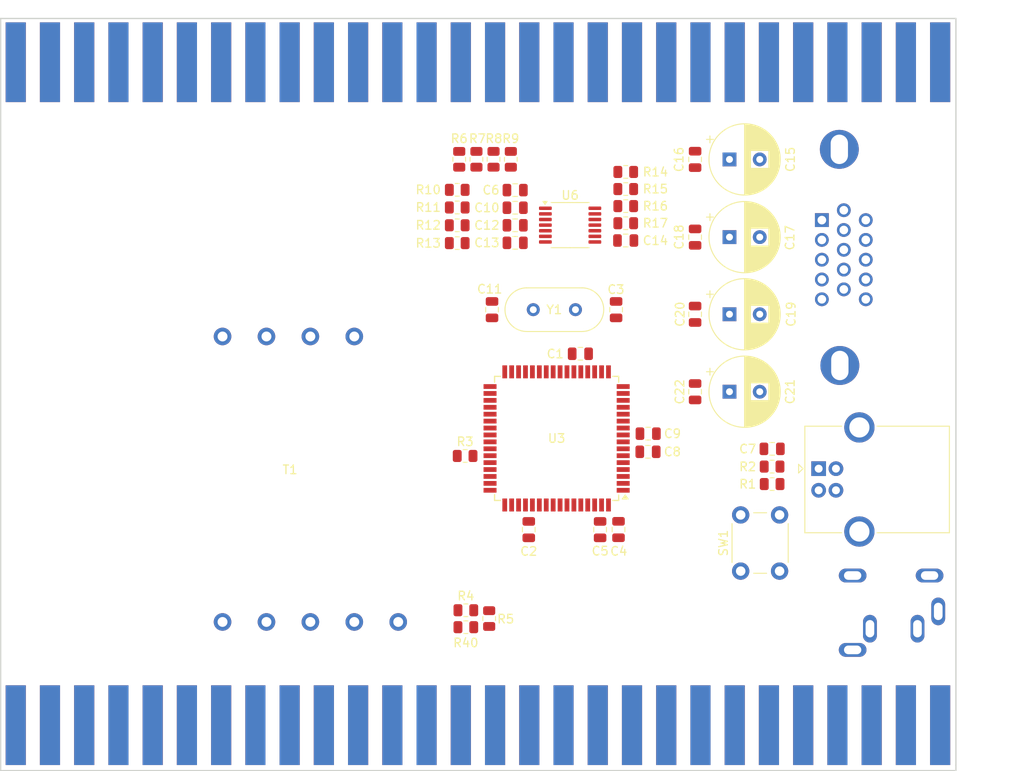
<source format=kicad_pcb>
(kicad_pcb (version 20240108) (generator "pcbnew") (generator_version "8.0")
  (layers (0 "F.Cu" signal) (31 "B.Cu" signal) (34 "B.Paste" user) (35 "F.Paste" user) (36 "B.SilkS" user "B.Silkscreen") (37 "F.SilkS" user "F.Silkscreen") (38 "B.Mask" user) (39 "F.Mask" user) (44 "Edge.Cuts" user))
  (net 0 "")
  (net 1 "GND")
  (net 2 "VBUS")
  (net 3 "Net-(U3-XTAL2)")
  (net 4 "Net-(U3-AREF)")
  (net 5 "Net-(C6-Pad1)")
  (net 6 "Net-(U6-CH1_IN)")
  (net 7 "Net-(U3-UCap)")
  (net 8 "Net-(U6-CH2_IN)")
  (net 9 "Net-(C10-Pad1)")
  (net 10 "-5V")
  (net 11 "+12V")
  (net 12 "Net-(U3-XTAL1)")
  (net 13 "Net-(C12-Pad1)")
  (net 14 "Net-(U6-CH3_IN)")
  (net 15 "HD15_RED")
  (net 16 "Net-(C15-Pad1)")
  (net 17 "HD15_GREEN")
  (net 18 "Net-(C17-Pad1)")
  (net 19 "HD15_BLUE")
  (net 20 "Net-(C19-Pad1)")
  (net 21 "HD15_SYNC")
  (net 22 "Net-(C21-Pad1)")
  (net 23 "Net-(T1-SA)")
  (net 24 "Net-(T1-SB)")
  (net 25 "Net-(J2-D-)")
  (net 26 "Net-(J2-D+)")
  (net 27 "USB+")
  (net 28 "USB-")
  (net 29 "Net-(U3-PE2)")
  (net 30 "Net-(T1-AA)")
  (net 31 "SPEAKER+")
  (net 32 "Net-(T1-AB)")
  (net 33 "VIDEO_RED")
  (net 34 "VIDEO_GREEN")
  (net 35 "VIDEO_BLUE")
  (net 36 "VIDEO_SYNC")
  (net 37 "SPEAKER-")
  (net 38 "Net-(U3-RESET)")
  (net 39 "SERVICE")
  (net 41 "P2_RIGHT")
  (net 42 "TILT")
  (net 43 "TEST")
  (net 44 "P2_START")
  (net 45 "P1_RIGHT")
  (net 46 "P2_UP")
  (net 47 "VIDEO_GND")
  (net 48 "P2_DOWN")
  (net 49 "COIN_COUNT_2")
  (net 50 "P2_B4")
  (net 51 "P1_B4")
  (net 52 "COIN_COUNT_1")
  (net 53 "COIN_2")
  (net 54 "P2_B5")
  (net 57 "P1_UP")
  (net 58 "COIN_1")
  (net 60 "P2_B2")
  (net 61 "P1_B2")
  (net 62 "P1_B3")
  (net 63 "P1_START")
  (net 64 "P1_B5")
  (net 65 "COIN_LOCK_2")
  (net 66 "COIN_LOCK_1")
  (net 67 "P2_B3")
  (net 68 "P1_DOWN")
  (net 69 "P1_B1")
  (net 70 "P2_B1")
  (net 71 "P2_LEFT")
  (net 72 "P1_LEFT")
  (net 91 "+5V")
  (net 113 "Net-(U6-CH4_OUT)")
  (net 114 "Net-(U6-CH3_OUT)")
  (net 115 "Net-(U6-CH2_OUT)")
  (net 116 "Net-(U6-CH1_OUT)")
  (net 117 "Net-(U6-CH4_IN)")
  (net 118 "Net-(C13-Pad1)")
  (footprint "footprints:CUI_SJ1-3533NS" (layer "F.Cu") (at 190.36 116.84 180)
    (property "Reference" "J1" (hide yes))
    (property "Value" "SJ1-3533NS" (hide yes))
    (fp_line (start 10.9 4.65) (end 8.9 4.65) (stroke (width 0.0001)) (layer "Edge.Cuts"))
    (fp_line (start 10.9 3.65) (end 10.9 4.65) (stroke (width 0.0001)) (layer "Edge.Cuts"))
    (fp_line (start 10.9 -3.95) (end 8.9 -3.95) (stroke (width 0.0001)) (layer "Edge.Cuts"))
    (fp_line (start 10.9 -4.95) (end 10.9 -3.95) (stroke (width 0.0001)) (layer "Edge.Cuts"))
    (fp_line (start 8.9 4.65) (end 8.9 3.65) (stroke (width 0.0001)) (layer "Edge.Cuts"))
    (fp_line (start 8.9 3.65) (end 10.9 3.65) (stroke (width 0.0001)) (layer "Edge.Cuts"))
    (fp_line (start 8.9 -3.95) (end 8.9 -4.95) (stroke (width 0.0001)) (layer "Edge.Cuts"))
    (fp_line (start 8.9 -4.95) (end 10.9 -4.95) (stroke (width 0.0001)) (layer "Edge.Cuts"))
    (fp_line (start 8.4 -1) (end 7.4 -1) (stroke (width 0.0001)) (layer "Edge.Cuts"))
    (fp_line (start 8.4 -3) (end 8.4 -1) (stroke (width 0.0001)) (layer "Edge.Cuts"))
    (fp_line (start 7.4 -1) (end 7.4 -3) (stroke (width 0.0001)) (layer "Edge.Cuts"))
    (fp_line (start 7.4 -3) (end 8.4 -3) (stroke (width 0.0001)) (layer "Edge.Cuts"))
    (fp_line (start 2.9 -1) (end 1.9 -1) (stroke (width 0.0001)) (layer "Edge.Cuts"))
    (fp_line (start 2.9 -3) (end 2.9 -1) (stroke (width 0.0001)) (layer "Edge.Cuts"))
    (fp_line (start 2 4.65) (end 0 4.65) (stroke (width 0.0001)) (layer "Edge.Cuts"))
    (fp_line (start 2 3.65) (end 2 4.65) (stroke (width 0.0001)) (layer "Edge.Cuts"))
    (fp_line (start 1.9 -1) (end 1.9 -3) (stroke (width 0.0001)) (layer "Edge.Cuts"))
    (fp_line (start 1.9 -3) (end 2.9 -3) (stroke (width 0.0001)) (layer "Edge.Cuts"))
    (fp_line (start 0.5 1) (end -0.5 1) (stroke (width 0.0001)) (layer "Edge.Cuts"))
    (fp_line (start 0.5 -1) (end 0.5 1) (stroke (width 0.0001)) (layer "Edge.Cuts"))
    (fp_line (start 0 4.65) (end 0 3.65) (stroke (width 0.0001)) (layer "Edge.Cuts"))
    (fp_line (start 0 3.65) (end 2 3.65) (stroke (width 0.0001)) (layer "Edge.Cuts"))
    (fp_line (start -0.5 1) (end -0.5 -1) (stroke (width 0.0001)) (layer "Edge.Cuts"))
    (fp_line (start -0.5 -1) (end 0.5 -1) (stroke (width 0.0001)) (layer "Edge.Cuts"))
    (pad "1" thru_hole oval (at 0 0 270) (size 3.2 1.6) (drill oval 2 1) (layers "*.Cu" "*.Mask") (net 24 "Net-(T1-SB)"))
    (pad "2" thru_hole oval (at 2.4 -2 270) (size 3.2 1.6) (drill oval 2 1) (layers "*.Cu" "*.Mask") (net 23 "Net-(T1-SA)"))
    (pad "3" thru_hole oval (at 7.9 -2 270) (size 3.2 1.6) (drill oval 2 1) (layers "*.Cu" "*.Mask") (net 23 "Net-(T1-SA)"))
    (pad "S1" thru_hole oval (at 1 4.15) (size 3.2 1.6) (drill oval 2 1) (layers "*.Cu" "*.Mask") (net 1 "GND"))
    (pad "S2" thru_hole oval (at 9.9 4.15) (size 3.2 1.6) (drill oval 2 1) (layers "*.Cu" "*.Mask") (net 1 "GND"))
    (pad "S3" thru_hole oval (at 9.9 -4.45) (size 3.2 1.6) (drill oval 2 1) (layers "*.Cu" "*.Mask") (net 1 "GND"))
  )
  (footprint "Connector_USB:USB_B_OST_USB-B1HSxx_Horizontal" (layer "F.Cu") (at 176.53 100.33)
    (property "Reference" "J2" (hide yes))
    (property "Value" "USB_B")
    (pad "1" thru_hole rect (at 0 0) (size 1.7 1.7) (drill 0.92) (layers "*.Cu" "*.Mask") (net 2 "VBUS"))
    (pad "2" thru_hole circle (at 0 2.5) (size 1.7 1.7) (drill 0.92) (layers "*.Cu" "*.Mask") (net 25 "Net-(J2-D-)"))
    (pad "3" thru_hole circle (at 2 2.5) (size 1.7 1.7) (drill 0.92) (layers "*.Cu" "*.Mask") (net 26 "Net-(J2-D+)"))
    (pad "4" thru_hole circle (at 2 0) (size 1.7 1.7) (drill 0.92) (layers "*.Cu" "*.Mask") (net 1 "GND"))
    (pad "5" thru_hole circle (at 4.71 -4.77) (size 3.5 3.5) (drill 2.33) (layers "*.Cu" "*.Mask") (net 1 "GND"))
    (pad "5" thru_hole circle (at 4.71 7.27) (size 3.5 3.5) (drill 2.33) (layers "*.Cu" "*.Mask") (net 1 "GND"))
  )
  (footprint "Button_Switch_THT:SW_PUSH_6mm" (layer "F.Cu") (at 167.51 112.18 90)
    (property "Reference" "SW1" (at 3.25 -2 270) (layer "F.SilkS"))
    (property "Value" "SW_Push")
    (pad "1" thru_hole circle (at 0 0 180) (size 2 2) (drill 1.1) (layers "*.Cu" "*.Mask") (net 1 "GND"))
    (pad "1" thru_hole circle (at 6.5 0 180) (size 2 2) (drill 1.1) (layers "*.Cu" "*.Mask") (net 1 "GND"))
    (pad "2" thru_hole circle (at 0 4.5 180) (size 2 2) (drill 1.1) (layers "*.Cu" "*.Mask") (net 38 "Net-(U3-RESET)"))
    (pad "2" thru_hole circle (at 6.5 4.5 180) (size 2 2) (drill 1.1) (layers "*.Cu" "*.Mask") (net 38 "Net-(U3-RESET)"))
  )
  (footprint "footprints:JAMMA" (layer "F.Cu") (at 137 130)
    (property "Reference" "U2" (hide yes))
    (property "Value" "JAMMA")
    (pad "1" smd rect (at -53.34 0) (size 2.33 9.22) (layers "F.Cu" "F.Paste" "F.Mask") (net 1 "GND"))
    (pad "2" smd rect (at -49.38 0) (size 2.33 9.22) (layers "F.Cu" "F.Paste" "F.Mask") (net 1 "GND"))
    (pad "3" smd rect (at -45.42 0) (size 2.33 9.22) (layers "F.Cu" "F.Paste" "F.Mask") (net 91 "+5V"))
    (pad "4" smd rect (at -41.46 0) (size 2.33 9.22) (layers "F.Cu" "F.Paste" "F.Mask") (net 91 "+5V"))
    (pad "5" smd rect (at -37.5 0) (size 2.33 9.22) (layers "F.Cu" "F.Paste" "F.Mask") (net 10 "-5V"))
    (pad "6" smd rect (at -33.54 0) (size 2.33 9.22) (layers "F.Cu" "F.Paste" "F.Mask") (net 11 "+12V"))
    (pad "7" smd rect (at -29.58 0) (size 2.33 9.22) (layers "F.Cu" "F.Paste" "F.Mask"))
    (pad "8" smd rect (at -25.62 0) (size 2.33 9.22) (layers "F.Cu" "F.Paste" "F.Mask") (net 52 "COIN_COUNT_1"))
    (pad "9" smd rect (at -21.66 0) (size 2.33 9.22) (layers "F.Cu" "F.Paste" "F.Mask") (net 66 "COIN_LOCK_1"))
    (pad "10" smd rect (at -17.7 0) (size 2.33 9.22) (layers "F.Cu" "F.Paste" "F.Mask") (net 31 "SPEAKER+"))
    (pad "11" smd rect (at -13.74 0) (size 2.33 9.22) (layers "F.Cu" "F.Paste" "F.Mask"))
    (pad "12" smd rect (at -9.78 0) (size 2.33 9.22) (layers "F.Cu" "F.Paste" "F.Mask") (net 33 "VIDEO_RED"))
    (pad "13" smd rect (at -5.82 0) (size 2.33 9.22) (layers "F.Cu" "F.Paste" "F.Mask") (net 35 "VIDEO_BLUE"))
    (pad "14" smd rect (at -1.86 0) (size 2.33 9.22) (layers "F.Cu" "F.Paste" "F.Mask") (net 47 "VIDEO_GND"))
    (pad "15" smd rect (at 2.1 0) (size 2.33 9.22) (layers "F.Cu" "F.Paste" "F.Mask") (net 43 "TEST"))
    (pad "16" smd rect (at 6.06 0) (size 2.33 9.22) (layers "F.Cu" "F.Paste" "F.Mask") (net 58 "COIN_1"))
    (pad "17" smd rect (at 10.02 0) (size 2.33 9.22) (layers "F.Cu" "F.Paste" "F.Mask") (net 63 "P1_START"))
    (pad "18" smd rect (at 13.98 0) (size 2.33 9.22) (layers "F.Cu" "F.Paste" "F.Mask") (net 57 "P1_UP"))
    (pad "19" smd rect (at 17.94 0) (size 2.33 9.22) (layers "F.Cu" "F.Paste" "F.Mask") (net 68 "P1_DOWN"))
    (pad "20" smd rect (at 21.9 0) (size 2.33 9.22) (layers "F.Cu" "F.Paste" "F.Mask") (net 72 "P1_LEFT"))
    (pad "21" smd rect (at 25.86 0) (size 2.33 9.22) (layers "F.Cu" "F.Paste" "F.Mask") (net 45 "P1_RIGHT"))
    (pad "22" smd rect (at 29.82 0) (size 2.33 9.22) (layers "F.Cu" "F.Paste" "F.Mask") (net 69 "P1_B1"))
    (pad "23" smd rect (at 33.78 0) (size 2.33 9.22) (layers "F.Cu" "F.Paste" "F.Mask") (net 61 "P1_B2"))
    (pad "24" smd rect (at 37.74 0) (size 2.33 9.22) (layers "F.Cu" "F.Paste" "F.Mask") (net 62 "P1_B3"))
    (pad "25" smd rect (at 41.7 0) (size 2.33 9.22) (layers "F.Cu" "F.Paste" "F.Mask") (net 51 "P1_B4"))
    (pad "26" smd rect (at 45.66 0) (size 2.33 9.22) (layers "F.Cu" "F.Paste" "F.Mask") (net 64 "P1_B5"))
    (pad "27" smd rect (at 49.62 0) (size 2.33 9.22) (layers "F.Cu" "F.Paste" "F.Mask") (net 1 "GND"))
    (pad "28" smd rect (at 53.58 0) (size 2.33 9.22) (layers "F.Cu" "F.Paste" "F.Mask") (net 1 "GND"))
    (pad "A" smd rect (at -53.34 0) (size 2.33 9.22) (layers "B.Cu" "B.Paste" "B.Mask") (net 1 "GND"))
    (pad "B" smd rect (at -49.38 0) (size 2.33 9.22) (layers "B.Cu" "B.Paste" "B.Mask") (net 1 "GND"))
    (pad "C" smd rect (at -45.42 0) (size 2.33 9.22) (layers "B.Cu" "B.Paste" "B.Mask") (net 91 "+5V"))
    (pad "D" smd rect (at -41.46 0) (size 2.33 9.22) (layers "B.Cu" "B.Paste" "B.Mask") (net 91 "+5V"))
    (pad "E" smd rect (at -37.5 0) (size 2.33 9.22) (layers "B.Cu" "B.Paste" "B.Mask") (net 10 "-5V"))
    (pad "F" smd rect (at -33.54 0) (size 2.33 9.22) (layers "B.Cu" "B.Paste" "B.Mask") (net 11 "+12V"))
    (pad "H" smd rect (at -29.58 0) (size 2.33 9.22) (layers "B.Cu" "B.Paste" "B.Mask"))
    (pad "J" smd rect (at -25.62 0) (size 2.33 9.22) (layers "B.Cu" "B.Paste" "B.Mask") (net 49 "COIN_COUNT_2"))
    (pad "K" smd rect (at -21.66 0) (size 2.33 9.22) (layers "B.Cu" "B.Paste" "B.Mask") (net 65 "COIN_LOCK_2"))
    (pad "L" smd rect (at -17.7 0) (size 2.33 9.22) (layers "B.Cu" "B.Paste" "B.Mask") (net 37 "SPEAKER-"))
    (pad "M" smd rect (at -13.74 0) (size 2.33 9.22) (layers "B.Cu" "B.Paste" "B.Mask"))
    (pad "N" smd rect (at -9.78 0) (size 2.33 9.22) (layers "B.Cu" "B.Paste" "B.Mask") (net 34 "VIDEO_GREEN"))
    (pad "P" smd rect (at -5.82 0) (size 2.33 9.22) (layers "B.Cu" "B.Paste" "B.Mask") (net 36 "VIDEO_SYNC"))
    (pad "R" smd rect (at -1.86 0) (size 2.33 9.22) (layers "B.Cu" "B.Paste" "B.Mask") (net 39 "SERVICE"))
    (pad "S" smd rect (at 2.1 0) (size 2.33 9.22) (layers "B.Cu" "B.Paste" "B.Mask") (net 42 "TILT"))
    (pad "T" smd rect (at 6.06 0) (size 2.33 9.22) (layers "B.Cu" "B.Paste" "B.Mask") (net 53 "COIN_2"))
    (pad "U" smd rect (at 10.02 0) (size 2.33 9.22) (layers "B.Cu" "B.Paste" "B.Mask") (net 44 "P2_START"))
    (pad "V" smd rect (at 13.98 0) (size 2.33 9.22) (layers "B.Cu" "B.Paste" "B.Mask") (net 46 "P2_UP"))
    (pad "W" smd rect (at 17.94 0) (size 2.33 9.22) (layers "B.Cu" "B.Paste" "B.Mask") (net 48 "P2_DOWN"))
    (pad "X" smd rect (at 21.9 0) (size 2.33 9.22) (layers "B.Cu" "B.Paste" "B.Mask") (net 71 "P2_LEFT"))
    (pad "Y" smd rect (at 25.86 0) (size 2.33 9.22) (layers "B.Cu" "B.Paste" "B.Mask") (net 41 "P2_RIGHT"))
    (pad "Z" smd rect (at 29.82 0) (size 2.33 9.22) (layers "B.Cu" "B.Paste" "B.Mask") (net 70 "P2_B1"))
    (pad "a" smd rect (at 33.78 0) (size 2.33 9.22) (layers "B.Cu" "B.Paste" "B.Mask") (net 60 "P2_B2"))
    (pad "b" smd rect (at 37.74 0) (size 2.33 9.22) (layers "B.Cu" "B.Paste" "B.Mask") (net 67 "P2_B3"))
    (pad "c" smd rect (at 41.7 0) (size 2.33 9.22) (layers "B.Cu" "B.Paste" "B.Mask") (net 50 "P2_B4"))
    (pad "d" smd rect (at 45.66 0) (size 2.33 9.22) (layers "B.Cu" "B.Paste" "B.Mask") (net 54 "P2_B5"))
    (pad "e" smd rect (at 49.62 0) (size 2.33 9.22) (layers "B.Cu" "B.Paste" "B.Mask") (net 1 "GND"))
    (pad "f" smd rect (at 53.58 0) (size 2.33 9.22) (layers "B.Cu" "B.Paste" "B.Mask") (net 1 "GND"))
  )
  (footprint "footprints:JAMMA" (layer "F.Cu") (at 137 53.32)
    (property "Reference" "U1" (hide yes))
    (property "Value" "JAMMA")
    (pad "1" smd rect (at -53.34 0) (size 2.33 9.22) (layers "F.Cu" "F.Paste" "F.Mask") (net 1 "GND"))
    (pad "2" smd rect (at -49.38 0) (size 2.33 9.22) (layers "F.Cu" "F.Paste" "F.Mask") (net 1 "GND"))
    (pad "3" smd rect (at -45.42 0) (size 2.33 9.22) (layers "F.Cu" "F.Paste" "F.Mask") (net 91 "+5V"))
    (pad "4" smd rect (at -41.46 0) (size 2.33 9.22) (layers "F.Cu" "F.Paste" "F.Mask") (net 91 "+5V"))
    (pad "5" smd rect (at -37.5 0) (size 2.33 9.22) (layers "F.Cu" "F.Paste" "F.Mask") (net 10 "-5V"))
    (pad "6" smd rect (at -33.54 0) (size 2.33 9.22) (layers "F.Cu" "F.Paste" "F.Mask") (net 11 "+12V"))
    (pad "7" smd rect (at -29.58 0) (size 2.33 9.22) (layers "F.Cu" "F.Paste" "F.Mask"))
    (pad "8" smd rect (at -25.62 0) (size 2.33 9.22) (layers "F.Cu" "F.Paste" "F.Mask") (net 52 "COIN_COUNT_1"))
    (pad "9" smd rect (at -21.66 0) (size 2.33 9.22) (layers "F.Cu" "F.Paste" "F.Mask") (net 66 "COIN_LOCK_1"))
    (pad "10" smd rect (at -17.7 0) (size 2.33 9.22) (layers "F.Cu" "F.Paste" "F.Mask") (net 31 "SPEAKER+"))
    (pad "11" smd rect (at -13.74 0) (size 2.33 9.22) (layers "F.Cu" "F.Paste" "F.Mask"))
    (pad "12" smd rect (at -9.78 0) (size 2.33 9.22) (layers "F.Cu" "F.Paste" "F.Mask") (net 33 "VIDEO_RED"))
    (pad "13" smd rect (at -5.82 0) (size 2.33 9.22) (layers "F.Cu" "F.Paste" "F.Mask") (net 35 "VIDEO_BLUE"))
    (pad "14" smd rect (at -1.86 0) (size 2.33 9.22) (layers "F.Cu" "F.Paste" "F.Mask") (net 47 "VIDEO_GND"))
    (pad "15" smd rect (at 2.1 0) (size 2.33 9.22) (layers "F.Cu" "F.Paste" "F.Mask") (net 43 "TEST"))
    (pad "16" smd rect (at 6.06 0) (size 2.33 9.22) (layers "F.Cu" "F.Paste" "F.Mask") (net 58 "COIN_1"))
    (pad "17" smd rect (at 10.02 0) (size 2.33 9.22) (layers "F.Cu" "F.Paste" "F.Mask") (net 63 "P1_START"))
    (pad "18" smd rect (at 13.98 0) (size 2.33 9.22) (layers "F.Cu" "F.Paste" "F.Mask") (net 57 "P1_UP"))
    (pad "19" smd rect (at 17.94 0) (size 2.33 9.22) (layers "F.Cu" "F.Paste" "F.Mask") (net 68 "P1_DOWN"))
    (pad "20" smd rect (at 21.9 0) (size 2.33 9.22) (layers "F.Cu" "F.Paste" "F.Mask") (net 72 "P1_LEFT"))
    (pad "21" smd rect (at 25.86 0) (size 2.33 9.22) (layers "F.Cu" "F.Paste" "F.Mask") (net 45 "P1_RIGHT"))
    (pad "22" smd rect (at 29.82 0) (size 2.33 9.22) (layers "F.Cu" "F.Paste" "F.Mask") (net 69 "P1_B1"))
    (pad "23" smd rect (at 33.78 0) (size 2.33 9.22) (layers "F.Cu" "F.Paste" "F.Mask") (net 61 "P1_B2"))
    (pad "24" smd rect (at 37.74 0) (size 2.33 9.22) (layers "F.Cu" "F.Paste" "F.Mask") (net 62 "P1_B3"))
    (pad "25" smd rect (at 41.7 0) (size 2.33 9.22) (layers "F.Cu" "F.Paste" "F.Mask") (net 51 "P1_B4"))
    (pad "26" smd rect (at 45.66 0) (size 2.33 9.22) (layers "F.Cu" "F.Paste" "F.Mask") (net 64 "P1_B5"))
    (pad "27" smd rect (at 49.62 0) (size 2.33 9.22) (layers "F.Cu" "F.Paste" "F.Mask") (net 1 "GND"))
    (pad "28" smd rect (at 53.58 0) (size 2.33 9.22) (layers "F.Cu" "F.Paste" "F.Mask") (net 1 "GND"))
    (pad "A" smd rect (at -53.34 0) (size 2.33 9.22) (layers "B.Cu" "B.Paste" "B.Mask") (net 1 "GND"))
    (pad "B" smd rect (at -49.38 0) (size 2.33 9.22) (layers "B.Cu" "B.Paste" "B.Mask") (net 1 "GND"))
    (pad "C" smd rect (at -45.42 0) (size 2.33 9.22) (layers "B.Cu" "B.Paste" "B.Mask") (net 91 "+5V"))
    (pad "D" smd rect (at -41.46 0) (size 2.33 9.22) (layers "B.Cu" "B.Paste" "B.Mask") (net 91 "+5V"))
    (pad "E" smd rect (at -37.5 0) (size 2.33 9.22) (layers "B.Cu" "B.Paste" "B.Mask") (net 10 "-5V"))
    (pad "F" smd rect (at -33.54 0) (size 2.33 9.22) (layers "B.Cu" "B.Paste" "B.Mask") (net 11 "+12V"))
    (pad "H" smd rect (at -29.58 0) (size 2.33 9.22) (layers "B.Cu" "B.Paste" "B.Mask"))
    (pad "J" smd rect (at -25.62 0) (size 2.33 9.22) (layers "B.Cu" "B.Paste" "B.Mask") (net 49 "COIN_COUNT_2"))
    (pad "K" smd rect (at -21.66 0) (size 2.33 9.22) (layers "B.Cu" "B.Paste" "B.Mask") (net 65 "COIN_LOCK_2"))
    (pad "L" smd rect (at -17.7 0) (size 2.33 9.22) (layers "B.Cu" "B.Paste" "B.Mask") (net 37 "SPEAKER-"))
    (pad "M" smd rect (at -13.74 0) (size 2.33 9.22) (layers "B.Cu" "B.Paste" "B.Mask"))
    (pad "N" smd rect (at -9.78 0) (size 2.33 9.22) (layers "B.Cu" "B.Paste" "B.Mask") (net 34 "VIDEO_GREEN"))
    (pad "P" smd rect (at -5.82 0) (size 2.33 9.22) (layers "B.Cu" "B.Paste" "B.Mask") (net 36 "VIDEO_SYNC"))
    (pad "R" smd rect (at -1.86 0) (size 2.33 9.22) (layers "B.Cu" "B.Paste" "B.Mask") (net 39 "SERVICE"))
    (pad "S" smd rect (at 2.1 0) (size 2.33 9.22) (layers "B.Cu" "B.Paste" "B.Mask") (net 42 "TILT"))
    (pad "T" smd rect (at 6.06 0) (size 2.33 9.22) (layers "B.Cu" "B.Paste" "B.Mask") (net 53 "COIN_2"))
    (pad "U" smd rect (at 10.02 0) (size 2.33 9.22) (layers "B.Cu" "B.Paste" "B.Mask") (net 44 "P2_START"))
    (pad "V" smd rect (at 13.98 0) (size 2.33 9.22) (layers "B.Cu" "B.Paste" "B.Mask") (net 46 "P2_UP"))
    (pad "W" smd rect (at 17.94 0) (size 2.33 9.22) (layers "B.Cu" "B.Paste" "B.Mask") (net 48 "P2_DOWN"))
    (pad "X" smd rect (at 21.9 0) (size 2.33 9.22) (layers "B.Cu" "B.Paste" "B.Mask") (net 71 "P2_LEFT"))
    (pad "Y" smd rect (at 25.86 0) (size 2.33 9.22) (layers "B.Cu" "B.Paste" "B.Mask") (net 41 "P2_RIGHT"))
    (pad "Z" smd rect (at 29.82 0) (size 2.33 9.22) (layers "B.Cu" "B.Paste" "B.Mask") (net 70 "P2_B1"))
    (pad "a" smd rect (at 33.78 0) (size 2.33 9.22) (layers "B.Cu" "B.Paste" "B.Mask") (net 60 "P2_B2"))
    (pad "b" smd rect (at 37.74 0) (size 2.33 9.22) (layers "B.Cu" "B.Paste" "B.Mask") (net 67 "P2_B3"))
    (pad "c" smd rect (at 41.7 0) (size 2.33 9.22) (layers "B.Cu" "B.Paste" "B.Mask") (net 50 "P2_B4"))
    (pad "d" smd rect (at 45.66 0) (size 2.33 9.22) (layers "B.Cu" "B.Paste" "B.Mask") (net 54 "P2_B5"))
    (pad "e" smd rect (at 49.62 0) (size 2.33 9.22) (layers "B.Cu" "B.Paste" "B.Mask") (net 1 "GND"))
    (pad "f" smd rect (at 53.58 0) (size 2.33 9.22) (layers "B.Cu" "B.Paste" "B.Mask") (net 1 "GND"))
  )
  (footprint "Crystal:Crystal_HC49-4H_Vertical" (layer "F.Cu") (at 148.4 81.94 180)
    (property "Reference" "Y1" (at 2.45 0 180) (layer "F.SilkS"))
    (property "Value" "16MHz")
    (pad "1" thru_hole circle (at 0 0 180) (size 1.5 1.5) (drill 0.8) (layers "*.Cu" "*.Mask") (net 3 "Net-(U3-XTAL2)"))
    (pad "2" thru_hole circle (at 4.88 0 180) (size 1.5 1.5) (drill 0.8) (layers "*.Cu" "*.Mask") (net 12 "Net-(U3-XTAL1)"))
  )
  (footprint "Resistor_SMD:R_0805_2012Metric" (layer "F.Cu") (at 134.725 72.18 180)
    (property "Reference" "R12" (at 3.355 0.01 180) (layer "F.SilkS"))
    (property "Value" "390")
    (pad "1" smd roundrect (at -0.9125 0 180) (size 1.025 1.4) (layers "F.Cu" "F.Paste" "F.Mask") (roundrect_rratio 0.243902) (net 13 "Net-(C12-Pad1)"))
    (pad "2" smd roundrect (at 0.9125 0 180) (size 1.025 1.4) (layers "F.Cu" "F.Paste" "F.Mask") (roundrect_rratio 0.243902) (net 1 "GND"))
  )
  (footprint "Resistor_SMD:R_0805_2012Metric" (layer "F.Cu") (at 171.1475 102.11)
    (property "Reference" "R1" (at -2.8275 0.01 0) (layer "F.SilkS"))
    (property "Value" "22")
    (pad "1" smd roundrect (at -0.9125 0) (size 1.025 1.4) (layers "F.Cu" "F.Paste" "F.Mask") (roundrect_rratio 0.243902) (net 27 "USB+"))
    (pad "2" smd roundrect (at 0.9125 0) (size 1.025 1.4) (layers "F.Cu" "F.Paste" "F.Mask") (roundrect_rratio 0.243902) (net 26 "Net-(J2-D+)"))
  )
  (footprint "Resistor_SMD:R_0805_2012Metric" (layer "F.Cu") (at 134.955 64.5475 90)
    (property "Reference" "R6" (at 2.3925 0 0) (layer "F.SilkS"))
    (property "Value" "1K")
    (pad "1" smd roundrect (at -0.9125 0 90) (size 1.025 1.4) (layers "F.Cu" "F.Paste" "F.Mask") (roundrect_rratio 0.243902) (net 5 "Net-(C6-Pad1)"))
    (pad "2" smd roundrect (at 0.9125 0 90) (size 1.025 1.4) (layers "F.Cu" "F.Paste" "F.Mask") (roundrect_rratio 0.243902) (net 33 "VIDEO_RED"))
  )
  (footprint "Resistor_SMD:R_0805_2012Metric" (layer "F.Cu") (at 138.925 64.545 90)
    (property "Reference" "R8" (at 2.39 0.04 0) (layer "F.SilkS"))
    (property "Value" "1K")
    (pad "1" smd roundrect (at -0.9125 0 90) (size 1.025 1.4) (layers "F.Cu" "F.Paste" "F.Mask") (roundrect_rratio 0.243902) (net 13 "Net-(C12-Pad1)"))
    (pad "2" smd roundrect (at 0.9125 0 90) (size 1.025 1.4) (layers "F.Cu" "F.Paste" "F.Mask") (roundrect_rratio 0.243902) (net 35 "VIDEO_BLUE"))
  )
  (footprint "Resistor_SMD:R_0805_2012Metric" (layer "F.Cu") (at 140.925 64.5475 90)
    (property "Reference" "R9" (at 2.3925 -0.01 0) (layer "F.SilkS"))
    (property "Value" "1K")
    (pad "1" smd roundrect (at -0.9125 0 90) (size 1.025 1.4) (layers "F.Cu" "F.Paste" "F.Mask") (roundrect_rratio 0.243902) (net 118 "Net-(C13-Pad1)"))
    (pad "2" smd roundrect (at 0.9125 0 90) (size 1.025 1.4) (layers "F.Cu" "F.Paste" "F.Mask") (roundrect_rratio 0.243902) (net 36 "VIDEO_SYNC"))
  )
  (footprint "Resistor_SMD:R_0805_2012Metric" (layer "F.Cu") (at 134.725 68.08 180)
    (property "Reference" "R10" (at 3.355 0.01 180) (layer "F.SilkS"))
    (property "Value" "390")
    (pad "1" smd roundrect (at -0.9125 0 180) (size 1.025 1.4) (layers "F.Cu" "F.Paste" "F.Mask") (roundrect_rratio 0.243902) (net 5 "Net-(C6-Pad1)"))
    (pad "2" smd roundrect (at 0.9125 0 180) (size 1.025 1.4) (layers "F.Cu" "F.Paste" "F.Mask") (roundrect_rratio 0.243902) (net 1 "GND"))
  )
  (footprint "Resistor_SMD:R_0805_2012Metric" (layer "F.Cu") (at 134.725 74.24 180)
    (property "Reference" "R13" (at 3.355 -0.01 180) (layer "F.SilkS"))
    (property "Value" "390")
    (pad "1" smd roundrect (at -0.9125 0 180) (size 1.025 1.4) (layers "F.Cu" "F.Paste" "F.Mask") (roundrect_rratio 0.243902) (net 118 "Net-(C13-Pad1)"))
    (pad "2" smd roundrect (at 0.9125 0 180) (size 1.025 1.4) (layers "F.Cu" "F.Paste" "F.Mask") (roundrect_rratio 0.243902) (net 1 "GND"))
  )
  (footprint "Resistor_SMD:R_0805_2012Metric" (layer "F.Cu") (at 154.215 66.01 180)
    (property "Reference" "R14" (at -3.435 -0.01 180) (layer "F.SilkS"))
    (property "Value" "75")
    (pad "1" smd roundrect (at -0.9125 0 180) (size 1.025 1.4) (layers "F.Cu" "F.Paste" "F.Mask") (roundrect_rratio 0.243902) (net 16 "Net-(C15-Pad1)"))
    (pad "2" smd roundrect (at 0.9125 0 180) (size 1.025 1.4) (layers "F.Cu" "F.Paste" "F.Mask") (roundrect_rratio 0.243902) (net 116 "Net-(U6-CH1_OUT)"))
  )
  (footprint "Resistor_SMD:R_0805_2012Metric" (layer "F.Cu") (at 154.215 71.94 180)
    (property "Reference" "R17" (at -3.435 0.01 180) (layer "F.SilkS"))
    (property "Value" "75")
    (pad "1" smd roundrect (at -0.9125 0 180) (size 1.025 1.4) (layers "F.Cu" "F.Paste" "F.Mask") (roundrect_rratio 0.243902) (net 22 "Net-(C21-Pad1)"))
    (pad "2" smd roundrect (at 0.9125 0 180) (size 1.025 1.4) (layers "F.Cu" "F.Paste" "F.Mask") (roundrect_rratio 0.243902) (net 113 "Net-(U6-CH4_OUT)"))
  )
  (footprint "Resistor_SMD:R_0805_2012Metric" (layer "F.Cu") (at 134.725 70.12 180)
    (property "Reference" "R11" (at 3.355 0.01 180) (layer "F.SilkS"))
    (property "Value" "390")
    (pad "1" smd roundrect (at -0.9125 0 180) (size 1.025 1.4) (layers "F.Cu" "F.Paste" "F.Mask") (roundrect_rratio 0.243902) (net 9 "Net-(C10-Pad1)"))
    (pad "2" smd roundrect (at 0.9125 0 180) (size 1.025 1.4) (layers "F.Cu" "F.Paste" "F.Mask") (roundrect_rratio 0.243902) (net 1 "GND"))
  )
  (footprint "Package_QFP:TQFP-64_14x14mm_P0.8mm" (layer "F.Cu") (at 146.22 96.83 180)
    (property "Reference" "U3" (at 0 0 180) (layer "F.SilkS"))
    (property "Value" "AT90USB1286")
    (pad "1" smd rect (at -7.7 -6 180) (size 1.5 0.55) (layers "F.Cu" "F.Paste" "F.Mask") (net 63 "P1_START"))
    (pad "2" smd rect (at -7.7 -5.2 180) (size 1.5 0.55) (layers "F.Cu" "F.Paste" "F.Mask") (net 44 "P2_START"))
    (pad "3" smd rect (at -7.7 -4.4 180) (size 1.5 0.55) (layers "F.Cu" "F.Paste" "F.Mask") (net 2 "VBUS"))
    (pad "4" smd rect (at -7.7 -3.6 180) (size 1.5 0.55) (layers "F.Cu" "F.Paste" "F.Mask") (net 28 "USB-"))
    (pad "5" smd rect (at -7.7 -2.8 180) (size 1.5 0.55) (layers "F.Cu" "F.Paste" "F.Mask") (net 27 "USB+"))
    (pad "6" smd rect (at -7.7 -2 180) (size 1.5 0.55) (layers "F.Cu" "F.Paste" "F.Mask") (net 1 "GND"))
    (pad "7" smd rect (at -7.7 -1.2 180) (size 1.5 0.55) (layers "F.Cu" "F.Paste" "F.Mask") (net 7 "Net-(U3-UCap)"))
    (pad "8" smd rect (at -7.7 -0.4 180) (size 1.5 0.55) (layers "F.Cu" "F.Paste" "F.Mask") (net 2 "VBUS"))
    (pad "9" smd rect (at -7.7 0.4 180) (size 1.5 0.55) (layers "F.Cu" "F.Paste" "F.Mask") (net 57 "P1_UP"))
    (pad "10" smd rect (at -7.7 1.2 180) (size 1.5 0.55) (layers "F.Cu" "F.Paste" "F.Mask") (net 68 "P1_DOWN"))
    (pad "11" smd rect (at -7.7 2 180) (size 1.5 0.55) (layers "F.Cu" "F.Paste" "F.Mask") (net 72 "P1_LEFT"))
    (pad "12" smd rect (at -7.7 2.8 180) (size 1.5 0.55) (layers "F.Cu" "F.Paste" "F.Mask") (net 45 "P1_RIGHT"))
    (pad "13" smd rect (at -7.7 3.6 180) (size 1.5 0.55) (layers "F.Cu" "F.Paste" "F.Mask") (net 46 "P2_UP"))
    (pad "14" smd rect (at -7.7 4.4 180) (size 1.5 0.55) (layers "F.Cu" "F.Paste" "F.Mask") (net 48 "P2_DOWN"))
    (pad "15" smd rect (at -7.7 5.2 180) (size 1.5 0.55) (layers "F.Cu" "F.Paste" "F.Mask") (net 71 "P2_LEFT"))
    (pad "16" smd rect (at -7.7 6 180) (size 1.5 0.55) (layers "F.Cu" "F.Paste" "F.Mask") (net 41 "P2_RIGHT"))
    (pad "17" smd rect (at -6 7.7 270) (size 1.5 0.55) (layers "F.Cu" "F.Paste" "F.Mask"))
    (pad "18" smd rect (at -5.2 7.7 270) (size 1.5 0.55) (layers "F.Cu" "F.Paste" "F.Mask"))
    (pad "19" smd rect (at -4.4 7.7 270) (size 1.5 0.55) (layers "F.Cu" "F.Paste" "F.Mask"))
    (pad "20" smd rect (at -3.6 7.7 270) (size 1.5 0.55) (layers "F.Cu" "F.Paste" "F.Mask") (net 38 "Net-(U3-RESET)"))
    (pad "21" smd rect (at -2.8 7.7 270) (size 1.5 0.55) (layers "F.Cu" "F.Paste" "F.Mask") (net 2 "VBUS"))
    (pad "22" smd rect (at -2 7.7 270) (size 1.5 0.55) (layers "F.Cu" "F.Paste" "F.Mask") (net 1 "GND"))
    (pad "23" smd rect (at -1.2 7.7 270) (size 1.5 0.55) (layers "F.Cu" "F.Paste" "F.Mask") (net 3 "Net-(U3-XTAL2)"))
    (pad "24" smd rect (at -0.4 7.7 270) (size 1.5 0.55) (layers "F.Cu" "F.Paste" "F.Mask") (net 12 "Net-(U3-XTAL1)"))
    (pad "25" smd rect (at 0.4 7.7 270) (size 1.5 0.55) (layers "F.Cu" "F.Paste" "F.Mask"))
    (pad "26" smd rect (at 1.2 7.7 270) (size 1.5 0.55) (layers "F.Cu" "F.Paste" "F.Mask"))
    (pad "27" smd rect (at 2 7.7 270) (size 1.5 0.55) (layers "F.Cu" "F.Paste" "F.Mask"))
    (pad "28" smd rect (at 2.8 7.7 270) (size 1.5 0.55) (layers "F.Cu" "F.Paste" "F.Mask"))
    (pad "29" smd rect (at 3.6 7.7 270) (size 1.5 0.55) (layers "F.Cu" "F.Paste" "F.Mask"))
    (pad "30" smd rect (at 4.4 7.7 270) (size 1.5 0.55) (layers "F.Cu" "F.Paste" "F.Mask"))
    (pad "31" smd rect (at 5.2 7.7 270) (size 1.5 0.55) (layers "F.Cu" "F.Paste" "F.Mask"))
    (pad "32" smd rect (at 6 7.7 270) (size 1.5 0.55) (layers "F.Cu" "F.Paste" "F.Mask"))
    (pad "33" smd rect (at 7.7 6 180) (size 1.5 0.55) (layers "F.Cu" "F.Paste" "F.Mask"))
    (pad "34" smd rect (at 7.7 5.2 180) (size 1.5 0.55) (layers "F.Cu" "F.Paste" "F.Mask"))
    (pad "35" smd rect (at 7.7 4.4 180) (size 1.5 0.55) (layers "F.Cu" "F.Paste" "F.Mask"))
    (pad "36" smd rect (at 7.7 3.6 180) (size 1.5 0.55) (layers "F.Cu" "F.Paste" "F.Mask"))
    (pad "37" smd rect (at 7.7 2.8 180) (size 1.5 0.55) (layers "F.Cu" "F.Paste" "F.Mask"))
    (pad "38" smd rect (at 7.7 2 180) (size 1.5 0.55) (layers "F.Cu" "F.Paste" "F.Mask"))
    (pad "39" smd rect (at 7.7 1.2 180) (size 1.5 0.55) (layers "F.Cu" "F.Paste" "F.Mask"))
    (pad "40" smd rect (at 7.7 0.4 180) (size 1.5 0.55) (layers "F.Cu" "F.Paste" "F.Mask"))
    (pad "41" smd rect (at 7.7 -0.4 180) (size 1.5 0.55) (layers "F.Cu" "F.Paste" "F.Mask"))
    (pad "42" smd rect (at 7.7 -1.2 180) (size 1.5 0.55) (layers "F.Cu" "F.Paste" "F.Mask"))
    (pad "43" smd rect (at 7.7 -2 180) (size 1.5 0.55) (layers "F.Cu" "F.Paste" "F.Mask") (net 29 "Net-(U3-PE2)"))
    (pad "44" smd rect (at 7.7 -2.8 180) (size 1.5 0.55) (layers "F.Cu" "F.Paste" "F.Mask"))
    (pad "45" smd rect (at 7.7 -3.6 180) (size 1.5 0.55) (layers "F.Cu" "F.Paste" "F.Mask"))
    (pad "46" smd rect (at 7.7 -4.4 180) (size 1.5 0.55) (layers "F.Cu" "F.Paste" "F.Mask"))
    (pad "47" smd rect (at 7.7 -5.2 180) (size 1.5 0.55) (layers "F.Cu" "F.Paste" "F.Mask"))
    (pad "48" smd rect (at 7.7 -6 180) (size 1.5 0.55) (layers "F.Cu" "F.Paste" "F.Mask"))
    (pad "49" smd rect (at 6 -7.7 270) (size 1.5 0.55) (layers "F.Cu" "F.Paste" "F.Mask"))
    (pad "50" smd rect (at 5.2 -7.7 270) (size 1.5 0.55) (layers "F.Cu" "F.Paste" "F.Mask") (net 58 "COIN_1"))
    (pad "51" smd rect (at 4.4 -7.7 270) (size 1.5 0.55) (layers "F.Cu" "F.Paste" "F.Mask") (net 53 "COIN_2"))
    (pad "52" smd rect (at 3.6 -7.7 270) (size 1.5 0.55) (layers "F.Cu" "F.Paste" "F.Mask") (net 2 "VBUS"))
    (pad "53" smd rect (at 2.8 -7.7 270) (size 1.5 0.55) (layers "F.Cu" "F.Paste" "F.Mask") (net 1 "GND"))
    (pad "54" smd rect (at 2 -7.7 270) (size 1.5 0.55) (layers "F.Cu" "F.Paste" "F.Mask") (net 50 "P2_B4"))
    (pad "55" smd rect (at 1.2 -7.7 270) (size 1.5 0.55) (layers "F.Cu" "F.Paste" "F.Mask") (net 67 "P2_B3"))
    (pad "56" smd rect (at 0.4 -7.7 270) (size 1.5 0.55) (layers "F.Cu" "F.Paste" "F.Mask") (net 60 "P2_B2"))
    (pad "57" smd rect (at -0.4 -7.7 270) (size 1.5 0.55) (layers "F.Cu" "F.Paste" "F.Mask") (net 70 "P2_B1"))
    (pad "58" smd rect (at -1.2 -7.7 270) (size 1.5 0.55) (layers "F.Cu" "F.Paste" "F.Mask") (net 51 "P1_B4"))
    (pad "59" smd rect (at -2 -7.7 270) (size 1.5 0.55) (layers "F.Cu" "F.Paste" "F.Mask") (net 62 "P1_B3"))
    (pad "60" smd rect (at -2.8 -7.7 270) (size 1.5 0.55) (layers "F.Cu" "F.Paste" "F.Mask") (net 61 "P1_B2"))
    (pad "61" smd rect (at -3.6 -7.7 270) (size 1.5 0.55) (layers "F.Cu" "F.Paste" "F.Mask") (net 69 "P1_B1"))
    (pad "62" smd rect (at -4.4 -7.7 270) (size 1.5 0.55) (layers "F.Cu" "F.Paste" "F.Mask") (net 4 "Net-(U3-AREF)"))
    (pad "63" smd rect (at -5.2 -7.7 270) (size 1.5 0.55) (layers "F.Cu" "F.Paste" "F.Mask") (net 1 "GND"))
    (pad "64" smd rect (at -6 -7.7 270) (size 1.5 0.55) (layers "F.Cu" "F.Paste" "F.Mask") (net 2 "VBUS"))
  )
  (footprint "Resistor_SMD:R_0805_2012Metric" (layer "F.Cu") (at 135.6375 98.86)
    (property "Reference" "R3" (at 0 -1.65 360) (layer "F.SilkS"))
    (property "Value" "1K")
    (pad "1" smd roundrect (at -0.9125 0) (size 1.025 1.4) (layers "F.Cu" "F.Paste" "F.Mask") (roundrect_rratio 0.243902) (net 1 "GND"))
    (pad "2" smd roundrect (at 0.9125 0) (size 1.025 1.4) (layers "F.Cu" "F.Paste" "F.Mask") (roundrect_rratio 0.243902) (net 29 "Net-(U3-PE2)"))
  )
  (footprint "Capacitor_SMD:C_0805_2012Metric" (layer "F.Cu") (at 141.425 68.11)
    (property "Reference" "C6" (at -2.79381 0 360) (layer "F.SilkS"))
    (property "Value" "100nF")
    (pad "1" smd roundrect (at -0.95 0) (size 1 1.45) (layers "F.Cu" "F.Paste" "F.Mask") (net 5 "Net-(C6-Pad1)"))
    (pad "2" smd roundrect (at 0.95 0) (size 1 1.45) (layers "F.Cu" "F.Paste" "F.Mask") (net 6 "Net-(U6-CH1_IN)"))
  )
  (footprint "Resistor_SMD:R_0805_2012Metric" (layer "F.Cu") (at 136.945 64.545 90)
    (property "Reference" "R7" (at 2.39 0.12 0) (layer "F.SilkS"))
    (property "Value" "1K")
    (pad "1" smd roundrect (at -0.9125 0 90) (size 1.025 1.4) (layers "F.Cu" "F.Paste" "F.Mask") (roundrect_rratio 0.243902) (net 9 "Net-(C10-Pad1)"))
    (pad "2" smd roundrect (at 0.9125 0 90) (size 1.025 1.4) (layers "F.Cu" "F.Paste" "F.Mask") (roundrect_rratio 0.243902) (net 34 "VIDEO_GREEN"))
  )
  (footprint "Resistor_SMD:R_0805_2012Metric" (layer "F.Cu") (at 171.1425 100.09)
    (property "Reference" "R2" (at -2.8225 0.02 0) (layer "F.SilkS"))
    (property "Value" "22")
    (pad "1" smd roundrect (at -0.9125 0) (size 1.025 1.4) (layers "F.Cu" "F.Paste" "F.Mask") (roundrect_rratio 0.243902) (net 28 "USB-"))
    (pad "2" smd roundrect (at 0.9125 0) (size 1.025 1.4) (layers "F.Cu" "F.Paste" "F.Mask") (roundrect_rratio 0.243902) (net 25 "Net-(J2-D-)"))
  )
  (footprint "Resistor_SMD:R_0805_2012Metric" (layer "F.Cu") (at 135.7225 118.665)
    (property "Reference" "R40" (at -0.00342 1.810172 0) (layer "F.SilkS"))
    (property "Value" "10K")
    (pad "1" smd roundrect (at -0.9125 0) (size 1.025 1.4) (layers "F.Cu" "F.Paste" "F.Mask") (roundrect_rratio 0.243902) (net 37 "SPEAKER-"))
    (pad "2" smd roundrect (at 0.9125 0) (size 1.025 1.4) (layers "F.Cu" "F.Paste" "F.Mask") (roundrect_rratio 0.243902) (net 32 "Net-(T1-AB)"))
  )
  (footprint "Resistor_SMD:R_0805_2012Metric" (layer "F.Cu") (at 135.7225 116.705)
    (property "Reference" "R4" (at 0 -1.65 0) (layer "F.SilkS"))
    (property "Value" "10K")
    (pad "1" smd roundrect (at -0.9125 0) (size 1.025 1.4) (layers "F.Cu" "F.Paste" "F.Mask") (roundrect_rratio 0.243902) (net 31 "SPEAKER+"))
    (pad "2" smd roundrect (at 0.9125 0) (size 1.025 1.4) (layers "F.Cu" "F.Paste" "F.Mask") (roundrect_rratio 0.243902) (net 30 "Net-(T1-AA)"))
  )
  (footprint "echo-chan:DSUB-15-HD_Female_Horizontal_P2.29x2.54mm_EdgePinOffset9.40mm_anchors" (layer "F.Cu") (at 176.9 71.58 90)
    (property "Reference" "U4" (hide yes))
    (property "Value" "HD15")
    (pad "1" thru_hole rect (at 0 0 90) (size 1.6 1.6) (drill 1) (layers "*.Cu" "*.Mask") (net 15 "HD15_RED"))
    (pad "2" thru_hole circle (at -2.29 0 90) (size 1.6 1.6) (drill 1) (layers "*.Cu" "*.Mask") (net 19 "HD15_BLUE"))
    (pad "3" thru_hole circle (at -4.58 0 90) (size 1.6 1.6) (drill 1) (layers "*.Cu" "*.Mask") (net 19 "HD15_BLUE"))
    (pad "4" thru_hole circle (at -6.87 0 90) (size 1.6 1.6) (drill 1) (layers "*.Cu" "*.Mask"))
    (pad "5" thru_hole circle (at -9.16 0 90) (size 1.6 1.6) (drill 1) (layers "*.Cu" "*.Mask") (net 1 "GND"))
    (pad "6" thru_hole circle (at 1.145 2.54 90) (size 1.6 1.6) (drill 1) (layers "*.Cu" "*.Mask") (net 47 "VIDEO_GND"))
    (pad "7" thru_hole circle (at -1.145 2.54 90) (size 1.6 1.6) (drill 1) (layers "*.Cu" "*.Mask") (net 47 "VIDEO_GND"))
    (pad "8" thru_hole circle (at -3.435 2.54 90) (size 1.6 1.6) (drill 1) (layers "*.Cu" "*.Mask") (net 47 "VIDEO_GND"))
    (pad "9" thru_hole circle (at -5.725 2.54 90) (size 1.6 1.6) (drill 1) (layers "*.Cu" "*.Mask"))
    (pad "10" thru_hole circle (at -8.015 2.54 90) (size 1.6 1.6) (drill 1) (layers "*.Cu" "*.Mask") (net 47 "VIDEO_GND"))
    (pad "11" thru_hole circle (at 0 5.08 90) (size 1.6 1.6) (drill 1) (layers "*.Cu" "*.Mask"))
    (pad "12" thru_hole circle (at -2.29 5.08 90) (size 1.6 1.6) (drill 1) (layers "*.Cu" "*.Mask"))
    (pad "13" thru_hole circle (at -4.58 5.08 90) (size 1.6 1.6) (drill 1) (layers "*.Cu" "*.Mask") (net 21 "HD15_SYNC"))
    (pad "14" thru_hole circle (at -6.87 5.08 90) (size 1.6 1.6) (drill 1) (layers "*.Cu" "*.Mask"))
    (pad "15" thru_hole circle (at -9.16 5.08 90) (size 1.6 1.6) (drill 1) (layers "*.Cu" "*.Mask"))
    (pad "16" thru_hole circle (at -16.815 2.08 90) (size 4.5 4.5) (drill oval 3.4 2) (layers "*.Cu" "*.Mask") (net 1 "GND"))
    (pad "17" thru_hole circle (at 8.185 2.02 90) (size 4.5 4.5) (drill oval 3.4 2) (layers "*.Cu" "*.Mask") (net 1 "GND"))
  )
  (footprint "Resistor_SMD:R_0805_2012Metric" (layer "F.Cu") (at 138.42 117.6675 -90)
    (property "Reference" "R5" (at 0.057672 -1.90908 0) (layer "F.SilkS"))
    (property "Value" "1K")
    (pad "1" smd roundrect (at -0.9125 0 270) (size 1.025 1.4) (layers "F.Cu" "F.Paste" "F.Mask") (roundrect_rratio 0.243902) (net 30 "Net-(T1-AA)"))
    (pad "2" smd roundrect (at 0.9125 0 270) (size 1.025 1.4) (layers "F.Cu" "F.Paste" "F.Mask") (roundrect_rratio 0.243902) (net 32 "Net-(T1-AB)"))
  )
  (footprint "Capacitor_SMD:C_0805_2012Metric" (layer "F.Cu") (at 148.97 87.04 180)
    (property "Reference" "C1" (at 2.91 -0.01 180) (layer "F.SilkS"))
    (property "Value" "100nF")
    (pad "1" smd roundrect (at -0.95 0 180) (size 1 1.45) (layers "F.Cu" "F.Paste" "F.Mask") (net 2 "VBUS"))
    (pad "2" smd roundrect (at 0.95 0 180) (size 1 1.45) (layers "F.Cu" "F.Paste" "F.Mask") (net 1 "GND"))
  )
  (footprint "Capacitor_SMD:C_0805_2012Metric" (layer "F.Cu") (at 153.1 81.94 90)
    (property "Reference" "C3" (at 2.33 -0.02 360) (layer "F.SilkS"))
    (property "Value" "10pF")
    (pad "1" smd roundrect (at -0.95 0 90) (size 1 1.45) (layers "F.Cu" "F.Paste" "F.Mask") (net 3 "Net-(U3-XTAL2)"))
    (pad "2" smd roundrect (at 0.95 0 90) (size 1 1.45) (layers "F.Cu" "F.Paste" "F.Mask") (net 1 "GND"))
  )
  (footprint "Capacitor_SMD:C_0805_2012Metric" (layer "F.Cu") (at 153.38 107.37 -90)
    (property "Reference" "C4" (at 2.51 -0.03 180) (layer "F.SilkS"))
    (property "Value" "100nF")
    (pad "1" smd roundrect (at -0.95 0 270) (size 1 1.45) (layers "F.Cu" "F.Paste" "F.Mask") (net 2 "VBUS"))
    (pad "2" smd roundrect (at 0.95 0 270) (size 1 1.45) (layers "F.Cu" "F.Paste" "F.Mask") (net 1 "GND"))
  )
  (footprint "Capacitor_SMD:C_0805_2012Metric" (layer "F.Cu") (at 151.25 107.38 90)
    (property "Reference" "C5" (at -2.48 0.01 360) (layer "F.SilkS"))
    (property "Value" "100nF")
    (pad "1" smd roundrect (at -0.95 0 90) (size 1 1.45) (layers "F.Cu" "F.Paste" "F.Mask") (net 1 "GND"))
    (pad "2" smd roundrect (at 0.95 0 90) (size 1 1.45) (layers "F.Cu" "F.Paste" "F.Mask") (net 4 "Net-(U3-AREF)"))
  )
  (footprint "Capacitor_SMD:C_0805_2012Metric" (layer "F.Cu") (at 156.79 98.38 180)
    (property "Reference" "C8" (at -2.82 0 180) (layer "F.SilkS"))
    (property "Value" "1uF")
    (pad "1" smd roundrect (at -0.95 0 180) (size 1 1.45) (layers "F.Cu" "F.Paste" "F.Mask") (net 1 "GND"))
    (pad "2" smd roundrect (at 0.95 0 180) (size 1 1.45) (layers "F.Cu" "F.Paste" "F.Mask") (net 7 "Net-(U3-UCap)"))
  )
  (footprint "Capacitor_SMD:C_0805_2012Metric" (layer "F.Cu") (at 171.15 98.04 180)
    (property "Reference" "C7" (at 2.83 -0.01 180) (layer "F.SilkS"))
    (property "Value" "1uF")
    (pad "1" smd roundrect (at -0.95 0 180) (size 1 1.45) (layers "F.Cu" "F.Paste" "F.Mask") (net 2 "VBUS"))
    (pad "2" smd roundrect (at 0.95 0 180) (size 1 1.45) (layers "F.Cu" "F.Paste" "F.Mask") (net 1 "GND"))
  )
  (footprint "Capacitor_SMD:C_0805_2012Metric" (layer "F.Cu") (at 143 107.38 -90)
    (property "Reference" "C2" (at 2.51 0 180) (layer "F.SilkS"))
    (property "Value" "100nF")
    (pad "1" smd roundrect (at -0.95 0 270) (size 1 1.45) (layers "F.Cu" "F.Paste" "F.Mask") (net 2 "VBUS"))
    (pad "2" smd roundrect (at 0.95 0 270) (size 1 1.45) (layers "F.Cu" "F.Paste" "F.Mask") (net 1 "GND"))
  )
  (footprint "Capacitor_SMD:C_0805_2012Metric" (layer "F.Cu") (at 156.81 96.28 180)
    (property "Reference" "C9" (at -2.81 0 180) (layer "F.SilkS"))
    (property "Value" "100nF")
    (pad "1" smd roundrect (at -0.95 0 180) (size 1 1.45) (layers "F.Cu" "F.Paste" "F.Mask") (net 1 "GND"))
    (pad "2" smd roundrect (at 0.95 0 180) (size 1 1.45) (layers "F.Cu" "F.Paste" "F.Mask") (net 2 "VBUS"))
  )
  (footprint "footprints:560G" (layer "F.Cu") (at 115.39 100.45 90)
    (property "Reference" "T1" (at 0 0 180) (layer "F.SilkS"))
    (property "Value" "Transformer_1P_1S")
    (pad "1" thru_hole circle (at -17.61 -7.81 90) (size 2.032 2.032) (drill 1.143) (layers "*.Cu" "*.Mask") (net 30 "Net-(T1-AA)"))
    (pad "2" thru_hole circle (at -17.61 -2.73 90) (size 2.032 2.032) (drill 1.143) (layers "*.Cu" "*.Mask") (net 32 "Net-(T1-AB)"))
    (pad "3" thru_hole circle (at 15.41 -7.81 90) (size 2.032 2.032) (drill 1.143) (layers "*.Cu" "*.Mask") (net 23 "Net-(T1-SA)"))
    (pad "4" thru_hole circle (at 15.41 -2.73 90) (size 2.032 2.032) (drill 1.143) (layers "*.Cu" "*.Mask") (net 24 "Net-(T1-SB)"))
    (pad "NC" thru_hole circle (at -17.61 2.35 90) (size 2.032 2.032) (drill 1.143) (layers "*.Cu" "*.Mask"))
    (pad "NC" thru_hole circle (at -17.61 7.43 90) (size 2.032 2.032) (drill 1.143) (layers "*.Cu" "*.Mask"))
    (pad "NC" thru_hole circle (at 15.41 2.35 90) (size 2.032 2.032) (drill 1.143) (layers "*.Cu" "*.Mask"))
    (pad "NC" thru_hole circle (at 15.41 7.43 90) (size 2.032 2.032) (drill 1.143) (layers "*.Cu" "*.Mask"))
    (pad "SH" thru_hole circle (at -17.61 12.51 90) (size 2.032 2.032) (drill 1.143) (layers "*.Cu" "*.Mask"))
  )
  (footprint "Capacitor_SMD:C_0805_2012Metric" (layer "F.Cu") (at 162.237651 91.43 90)
    (property "Reference" "C22" (at -0.01 -1.77 270) (layer "F.SilkS"))
    (property "Value" "100nF")
    (pad "1" smd roundrect (at -0.95 0 90) (size 1 1.45) (layers "F.Cu" "F.Paste" "F.Mask") (net 22 "Net-(C21-Pad1)"))
    (pad "2" smd roundrect (at 0.95 0 90) (size 1 1.45) (layers "F.Cu" "F.Paste" "F.Mask") (net 21 "HD15_SYNC"))
  )
  (footprint "Capacitor_SMD:C_0805_2012Metric" (layer "F.Cu") (at 162.237651 82.47 90)
    (property "Reference" "C20" (at 0.01 -1.74 270) (layer "F.SilkS"))
    (property "Value" "100nF")
    (pad "1" smd roundrect (at -0.95 0 90) (size 1 1.45) (layers "F.Cu" "F.Paste" "F.Mask") (net 20 "Net-(C19-Pad1)"))
    (pad "2" smd roundrect (at 0.95 0 90) (size 1 1.45) (layers "F.Cu" "F.Paste" "F.Mask") (net 19 "HD15_BLUE"))
  )
  (footprint "Capacitor_SMD:C_0805_2012Metric" (layer "F.Cu") (at 141.425 74.21)
    (property "Reference" "C13" (at -3.27 -0.01 0) (layer "F.SilkS"))
    (property "Value" "100nF")
    (pad "1" smd roundrect (at -0.95 0) (size 1 1.45) (layers "F.Cu" "F.Paste" "F.Mask") (net 118 "Net-(C13-Pad1)"))
    (pad "2" smd roundrect (at 0.95 0) (size 1 1.45) (layers "F.Cu" "F.Paste" "F.Mask") (net 117 "Net-(U6-CH4_IN)"))
  )
  (footprint "Resistor_SMD:R_0805_2012Metric" (layer "F.Cu") (at 154.215 67.99 180)
    (property "Reference" "R15" (at -3.435 0.01 180) (layer "F.SilkS"))
    (property "Value" "75")
    (pad "1" smd roundrect (at -0.9125 0 180) (size 1.025 1.4) (layers "F.Cu" "F.Paste" "F.Mask") (roundrect_rratio 0.243902) (net 18 "Net-(C17-Pad1)"))
    (pad "2" smd roundrect (at 0.9125 0 180) (size 1.025 1.4) (layers "F.Cu" "F.Paste" "F.Mask") (roundrect_rratio 0.243902) (net 115 "Net-(U6-CH2_OUT)"))
  )
  (footprint "Capacitor_THT:CP_Radial_D8.0mm_P3.50mm" (layer "F.Cu") (at 166.215 73.55)
    (property "Reference" "C17" (at 6.992651 0.07 90) (layer "F.SilkS"))
    (property "Value" "490uF")
    (pad "1" thru_hole rect (at 0 0) (size 1.6 1.6) (drill 0.8) (layers "*.Cu" "*.Mask") (net 18 "Net-(C17-Pad1)"))
    (pad "2" thru_hole circle (at 3.5 0) (size 1.6 1.6) (drill 0.8) (layers "*.Cu" "*.Mask") (net 17 "HD15_GREEN"))
  )
  (footprint "Capacitor_SMD:C_0805_2012Metric" (layer "F.Cu") (at 141.425 70.15)
    (property "Reference" "C10" (at -3.27 0 0) (layer "F.SilkS"))
    (property "Value" "100nF")
    (pad "1" smd roundrect (at -0.95 0) (size 1 1.45) (layers "F.Cu" "F.Paste" "F.Mask") (net 9 "Net-(C10-Pad1)"))
    (pad "2" smd roundrect (at 0.95 0) (size 1 1.45) (layers "F.Cu" "F.Paste" "F.Mask") (net 8 "Net-(U6-CH2_IN)"))
  )
  (footprint "Capacitor_SMD:C_0805_2012Metric" (layer "F.Cu") (at 162.237651 64.56 -90)
    (property "Reference" "C16" (at 0.01 1.86 90) (layer "F.SilkS"))
    (property "Value" "100nF")
    (pad "1" smd roundrect (at -0.95 0 270) (size 1 1.45) (layers "F.Cu" "F.Paste" "F.Mask") (net 16 "Net-(C15-Pad1)"))
    (pad "2" smd roundrect (at 0.95 0 270) (size 1 1.45) (layers "F.Cu" "F.Paste" "F.Mask") (net 15 "HD15_RED"))
  )
  (footprint "Package_SO:TSSOP-14_4.4x5mm_P0.65mm" (layer "F.Cu") (at 147.7825 72.16)
    (property "Reference" "U6" (at 0 -3.45 0) (layer "F.SilkS"))
    (property "Value" "THS7374")
    (pad "1" smd roundrect (at -2.8625 -1.95) (size 1.475 0.4) (layers "F.Cu" "F.Paste" "F.Mask") (net 6 "Net-(U6-CH1_IN)"))
    (pad "2" smd roundrect (at -2.8625 -1.3) (size 1.475 0.4) (layers "F.Cu" "F.Paste" "F.Mask") (net 8 "Net-(U6-CH2_IN)"))
    (pad "3" smd roundrect (at -2.8625 -0.65) (size 1.475 0.4) (layers "F.Cu" "F.Paste" "F.Mask") (net 14 "Net-(U6-CH3_IN)"))
    (pad "4" smd roundrect (at -2.8625 0) (size 1.475 0.4) (layers "F.Cu" "F.Paste" "F.Mask") (net 117 "Net-(U6-CH4_IN)"))
    (pad "5" smd roundrect (at -2.8625 0.65) (size 1.475 0.4) (layers "F.Cu" "F.Paste" "F.Mask") (net 1 "GND"))
    (pad "6" smd roundrect (at -2.8625 1.3) (size 1.475 0.4) (layers "F.Cu" "F.Paste" "F.Mask") (net 1 "GND"))
    (pad "7" smd roundrect (at -2.8625 1.95) (size 1.475 0.4) (layers "F.Cu" "F.Paste" "F.Mask"))
    (pad "8" smd roundrect (at 2.8625 1.95) (size 1.475 0.4) (layers "F.Cu" "F.Paste" "F.Mask"))
    (pad "9" smd roundrect (at 2.8625 1.3) (size 1.475 0.4) (layers "F.Cu" "F.Paste" "F.Mask") (net 91 "+5V"))
    (pad "10" smd roundrect (at 2.8625 0.65) (size 1.475 0.4) (layers "F.Cu" "F.Paste" "F.Mask") (net 91 "+5V"))
    (pad "11" smd roundrect (at 2.8625 0) (size 1.475 0.4) (layers "F.Cu" "F.Paste" "F.Mask") (net 113 "Net-(U6-CH4_OUT)"))
    (pad "12" smd roundrect (at 2.8625 -0.65) (size 1.475 0.4) (layers "F.Cu" "F.Paste" "F.Mask") (net 114 "Net-(U6-CH3_OUT)"))
    (pad "13" smd roundrect (at 2.8625 -1.3) (size 1.475 0.4) (layers "F.Cu" "F.Paste" "F.Mask") (net 115 "Net-(U6-CH2_OUT)"))
    (pad "14" smd roundrect (at 2.8625 -1.95) (size 1.475 0.4) (layers "F.Cu" "F.Paste" "F.Mask") (net 116 "Net-(U6-CH1_OUT)"))
  )
  (footprint "Capacitor_SMD:C_0805_2012Metric" (layer "F.Cu") (at 154.21 73.94 180)
    (property "Reference" "C14" (at -3.44 -0.01 180) (layer "F.SilkS"))
    (property "Value" "100nF")
    (pad "1" smd roundrect (at -0.95 0 180) (size 1 1.45) (layers "F.Cu" "F.Paste" "F.Mask") (net 1 "GND"))
    (pad "2" smd roundrect (at 0.95 0 180) (size 1 1.45) (layers "F.Cu" "F.Paste" "F.Mask") (net 91 "+5V"))
  )
  (footprint "Capacitor_THT:CP_Radial_D8.0mm_P3.50mm" (layer "F.Cu") (at 166.215 82.47)
    (property "Reference" "C19" (at 7.122651 -0.01 90) (layer "F.SilkS"))
    (property "Value" "490uF")
    (pad "1" thru_hole rect (at 0 0) (size 1.6 1.6) (drill 0.8) (layers "*.Cu" "*.Mask") (net 20 "Net-(C19-Pad1)"))
    (pad "2" thru_hole circle (at 3.5 0) (size 1.6 1.6) (drill 0.8) (layers "*.Cu" "*.Mask") (net 19 "HD15_BLUE"))
  )
  (footprint "Capacitor_SMD:C_0805_2012Metric" (layer "F.Cu") (at 141.425 72.18)
    (property "Reference" "C12" (at -3.27 0 0) (layer "F.SilkS"))
    (property "Value" "100nF")
    (pad "1" smd roundrect (at -0.95 0) (size 1 1.45) (layers "F.Cu" "F.Paste" "F.Mask") (net 13 "Net-(C12-Pad1)"))
    (pad "2" smd roundrect (at 0.95 0) (size 1 1.45) (layers "F.Cu" "F.Paste" "F.Mask") (net 14 "Net-(U6-CH3_IN)"))
  )
  (footprint "Capacitor_SMD:C_0805_2012Metric" (layer "F.Cu") (at 138.75 81.94 90)
    (property "Reference" "C11" (at 2.38 -0.27 360) (layer "F.SilkS"))
    (property "Value" "10pF")
    (pad "1" smd roundrect (at -0.95 0 90) (size 1 1.45) (layers "F.Cu" "F.Paste" "F.Mask") (net 12 "Net-(U3-XTAL1)"))
    (pad "2" smd roundrect (at 0.95 0 90) (size 1 1.45) (layers "F.Cu" "F.Paste" "F.Mask") (net 1 "GND"))
  )
  (footprint "Capacitor_SMD:C_0805_2012Metric" (layer "F.Cu") (at 162.237651 73.55 90)
    (property "Reference" "C18" (at 0.01 -1.85 270) (layer "F.SilkS"))
    (property "Value" "100nF")
    (pad "1" smd roundrect (at -0.95 0 90) (size 1 1.45) (layers "F.Cu" "F.Paste" "F.Mask") (net 18 "Net-(C17-Pad1)"))
    (pad "2" smd roundrect (at 0.95 0 90) (size 1 1.45) (layers "F.Cu" "F.Paste" "F.Mask") (net 17 "HD15_GREEN"))
  )
  (footprint "Resistor_SMD:R_0805_2012Metric" (layer "F.Cu") (at 154.215 69.96 180)
    (property "Reference" "R16" (at -3.435 0 180) (layer "F.SilkS"))
    (property "Value" "75")
    (pad "1" smd roundrect (at -0.9125 0 180) (size 1.025 1.4) (layers "F.Cu" "F.Paste" "F.Mask") (roundrect_rratio 0.243902) (net 20 "Net-(C19-Pad1)"))
    (pad "2" smd roundrect (at 0.9125 0 180) (size 1.025 1.4) (layers "F.Cu" "F.Paste" "F.Mask") (roundrect_rratio 0.243902) (net 114 "Net-(U6-CH3_OUT)"))
  )
  (footprint "Capacitor_THT:CP_Radial_D8.0mm_P3.50mm" (layer "F.Cu") (at 166.215 64.56)
    (property "Reference" "C15" (at 7.042651 0 90) (layer "F.SilkS"))
    (property "Value" "490uF")
    (pad "1" thru_hole rect (at 0 0) (size 1.6 1.6) (drill 0.8) (layers "*.Cu" "*.Mask") (net 16 "Net-(C15-Pad1)"))
    (pad "2" thru_hole circle (at 3.5 0) (size 1.6 1.6) (drill 0.8) (layers "*.Cu" "*.Mask") (net 15 "HD15_RED"))
  )
  (footprint "Capacitor_THT:CP_Radial_D8.0mm_P3.50mm" (layer "F.Cu") (at 166.215 91.43)
    (property "Reference" "C21" (at 7.02 -0.01 90) (layer "F.SilkS"))
    (property "Value" "490uF")
    (pad "1" thru_hole rect (at 0 0) (size 1.6 1.6) (drill 0.8) (layers "*.Cu" "*.Mask") (net 22 "Net-(C21-Pad1)"))
    (pad "2" thru_hole circle (at 3.5 0) (size 1.6 1.6) (drill 0.8) (layers "*.Cu" "*.Mask") (net 21 "HD15_SYNC"))
  )
  (gr_line (start 81.915 135.255) (end 192.405 135.255) (stroke (width 0.15)) (layer "Edge.Cuts"))
  (gr_line (start 192.405 135.255) (end 192.405 134.62) (stroke (width 0.15)) (layer "Edge.Cuts"))
  (gr_line (start 192.405 134.62) (end 192.405 48.26) (stroke (width 0.15)) (layer "Edge.Cuts"))
  (gr_line (start 81.915 48.26) (end 81.915 135.255) (stroke (width 0.15)) (layer "Edge.Cuts"))
  (gr_line (start 192.405 48.26) (end 81.915 48.26) (stroke (width 0.15)) (layer "Edge.Cuts"))
)
</source>
